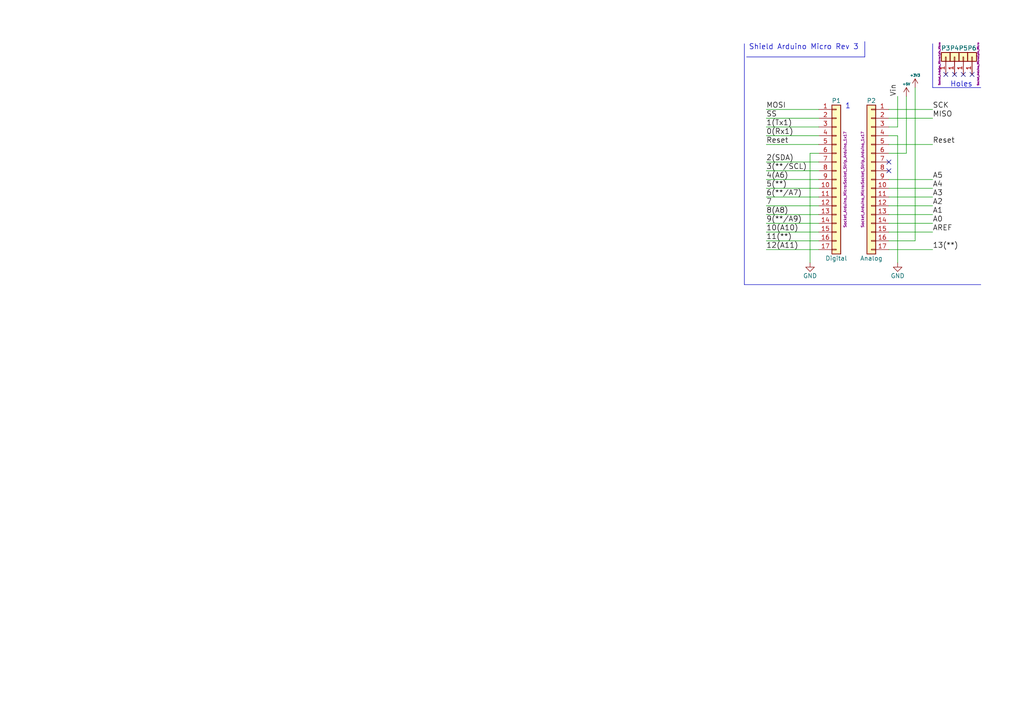
<source format=kicad_sch>
(kicad_sch (version 20230121) (generator eeschema)
  (paper "A4")
  (title_block (date "sam. 04 avril 2015"))
  (lib_symbols
    (symbol "Connector_Generic:Conn_01x01" (pin_names (offset 1.016) hide)
      (property "Reference" "J" (at 0 2.54 0))
      (property "Value" "Conn_01x01" (at 0 -2.54 0))
      (symbol "Conn_01x01_1_1"
        (rectangle (start -1.27 0.127) (end 0 -0.127) (stroke (width 0.1524)))
        (rectangle (start -1.27 1.27) (end 1.27 -1.27) (stroke (width 0.254)) (fill (type background)))
        (pin passive line (at -5.08 0 0) (length 3.81) (name "Pin_1") (number "1"))
      )
    )
    (symbol "Connector_Generic:Conn_01x17" (pin_names (offset 1.016) hide)
      (property "Reference" "J" (at 0 22.86 0))
      (property "Value" "Conn_01x17" (at 0 -22.86 0))
      (symbol "Conn_01x17_1_1"
        (rectangle (start -1.27 -20.193) (end 0 -20.447) (stroke (width 0.1524)))
        (rectangle (start -1.27 -17.653) (end 0 -17.907) (stroke (width 0.1524)))
        (rectangle (start -1.27 -15.113) (end 0 -15.367) (stroke (width 0.1524)))
        (rectangle (start -1.27 -12.573) (end 0 -12.827) (stroke (width 0.1524)))
        (rectangle (start -1.27 -10.033) (end 0 -10.287) (stroke (width 0.1524)))
        (rectangle (start -1.27 -7.493) (end 0 -7.747) (stroke (width 0.1524)))
        (rectangle (start -1.27 -4.953) (end 0 -5.207) (stroke (width 0.1524)))
        (rectangle (start -1.27 -2.413) (end 0 -2.667) (stroke (width 0.1524)))
        (rectangle (start -1.27 0.127) (end 0 -0.127) (stroke (width 0.1524)))
        (rectangle (start -1.27 2.667) (end 0 2.413) (stroke (width 0.1524)))
        (rectangle (start -1.27 5.207) (end 0 4.953) (stroke (width 0.1524)))
        (rectangle (start -1.27 7.747) (end 0 7.493) (stroke (width 0.1524)))
        (rectangle (start -1.27 10.287) (end 0 10.033) (stroke (width 0.1524)))
        (rectangle (start -1.27 12.827) (end 0 12.573) (stroke (width 0.1524)))
        (rectangle (start -1.27 15.367) (end 0 15.113) (stroke (width 0.1524)))
        (rectangle (start -1.27 17.907) (end 0 17.653) (stroke (width 0.1524)))
        (rectangle (start -1.27 20.447) (end 0 20.193) (stroke (width 0.1524)))
        (rectangle (start -1.27 21.59) (end 1.27 -21.59) (stroke (width 0.254)) (fill (type background)))
        (pin passive line (at -5.08 20.32 0) (length 3.81) (name "Pin_1") (number "1"))
        (pin passive line (at -5.08 -2.54 0) (length 3.81) (name "Pin_10") (number "10"))
        (pin passive line (at -5.08 -5.08 0) (length 3.81) (name "Pin_11") (number "11"))
        (pin passive line (at -5.08 -7.62 0) (length 3.81) (name "Pin_12") (number "12"))
        (pin passive line (at -5.08 -10.16 0) (length 3.81) (name "Pin_13") (number "13"))
        (pin passive line (at -5.08 -12.7 0) (length 3.81) (name "Pin_14") (number "14"))
        (pin passive line (at -5.08 -15.24 0) (length 3.81) (name "Pin_15") (number "15"))
        (pin passive line (at -5.08 -17.78 0) (length 3.81) (name "Pin_16") (number "16"))
        (pin passive line (at -5.08 -20.32 0) (length 3.81) (name "Pin_17") (number "17"))
        (pin passive line (at -5.08 17.78 0) (length 3.81) (name "Pin_2") (number "2"))
        (pin passive line (at -5.08 15.24 0) (length 3.81) (name "Pin_3") (number "3"))
        (pin passive line (at -5.08 12.7 0) (length 3.81) (name "Pin_4") (number "4"))
        (pin passive line (at -5.08 10.16 0) (length 3.81) (name "Pin_5") (number "5"))
        (pin passive line (at -5.08 7.62 0) (length 3.81) (name "Pin_6") (number "6"))
        (pin passive line (at -5.08 5.08 0) (length 3.81) (name "Pin_7") (number "7"))
        (pin passive line (at -5.08 2.54 0) (length 3.81) (name "Pin_8") (number "8"))
        (pin passive line (at -5.08 0 0) (length 3.81) (name "Pin_9") (number "9"))
      )
    )
    (symbol "power:+3V3" (power) (pin_names (offset 0))
      (property "Value" "+3V3" (at 0 3.556 0))
      (symbol "+3V3_0_1"
        (polyline (pts (xy -0.762 1.27) (xy 0 2.54)))
        (polyline (pts (xy 0 0) (xy 0 2.54)))
        (polyline (pts (xy 0 2.54) (xy 0.762 1.27)))
      )
      (symbol "+3V3_1_1"
        (pin power_in line (at 0 0 90) (length 0) hide (name "+3V3") (number "1"))
      )
    )
    (symbol "power:+5V" (power) (pin_names (offset 0))
      (property "Value" "+5V" (at 0 3.556 0))
      (symbol "+5V_0_1"
        (polyline (pts (xy -0.762 1.27) (xy 0 2.54)))
        (polyline (pts (xy 0 0) (xy 0 2.54)))
        (polyline (pts (xy 0 2.54) (xy 0.762 1.27)))
      )
      (symbol "+5V_1_1"
        (pin power_in line (at 0 0 90) (length 0) hide (name "+5V") (number "1"))
      )
    )
    (symbol "power:GND" (power) (pin_names (offset 0))
      (property "Value" "GND" (at 0 -3.81 0))
      (symbol "GND_0_1"
        (polyline (pts (xy 0 0) (xy 0 -1.27) (xy 1.27 -1.27) (xy 0 -2.54) (xy -1.27 -1.27) (xy 0 -1.27)))
      )
      (symbol "GND_1_1"
        (pin power_in line (at 0 0 270) (length 0) hide (name "GND") (number "1"))
      )
    )
  )
  (no_connect (at 257.81 46.99))
  (no_connect (at 274.32 21.59))
  (no_connect (at 281.94 21.59))
  (no_connect (at 279.4 21.59))
  (no_connect (at 276.86 21.59))
  (no_connect (at 257.81 49.53))
  (wire (pts (xy 257.81 39.37) (xy 260.35 39.37)))
  (wire (pts (xy 222.25 57.15) (xy 237.49 57.15)))
  (wire (pts (xy 222.25 46.99) (xy 237.49 46.99)))
  (polyline (pts (xy 215.9 12.7) (xy 215.9 82.55)))
  (wire (pts (xy 270.51 72.39) (xy 257.81 72.39)))
  (wire (pts (xy 222.25 54.61) (xy 237.49 54.61)))
  (wire (pts (xy 222.25 34.29) (xy 237.49 34.29)))
  (wire (pts (xy 222.25 67.31) (xy 237.49 67.31)))
  (wire (pts (xy 222.25 52.07) (xy 237.49 52.07)))
  (wire (pts (xy 260.35 36.83) (xy 260.35 27.94)))
  (wire (pts (xy 257.81 54.61) (xy 270.51 54.61)))
  (wire (pts (xy 222.25 41.91) (xy 237.49 41.91)))
  (wire (pts (xy 222.25 36.83) (xy 237.49 36.83)))
  (wire (pts (xy 222.25 49.53) (xy 237.49 49.53)))
  (wire (pts (xy 265.43 25.4) (xy 265.43 69.85)))
  (wire (pts (xy 260.35 39.37) (xy 260.35 76.2)))
  (polyline (pts (xy 216.535 16.51) (xy 250.825 16.51)))
  (wire (pts (xy 270.51 59.69) (xy 257.81 59.69)))
  (wire (pts (xy 222.25 62.23) (xy 237.49 62.23)))
  (wire (pts (xy 257.81 44.45) (xy 262.89 44.45)))
  (wire (pts (xy 257.81 67.31) (xy 270.51 67.31)))
  (wire (pts (xy 262.89 44.45) (xy 262.89 27.94)))
  (polyline (pts (xy 284.48 25.4) (xy 270.51 25.4)))
  (wire (pts (xy 222.25 64.77) (xy 237.49 64.77)))
  (wire (pts (xy 265.43 69.85) (xy 257.81 69.85)))
  (wire (pts (xy 270.51 41.91) (xy 257.81 41.91)))
  (polyline (pts (xy 250.825 16.51) (xy 250.825 12.065)))
  (wire (pts (xy 222.25 31.75) (xy 237.49 31.75)))
  (wire (pts (xy 257.81 34.29) (xy 270.51 34.29)))
  (wire (pts (xy 234.95 44.45) (xy 234.95 76.2)))
  (wire (pts (xy 222.25 39.37) (xy 237.49 39.37)))
  (wire (pts (xy 270.51 57.15) (xy 257.81 57.15)))
  (wire (pts (xy 222.25 69.85) (xy 237.49 69.85)))
  (wire (pts (xy 222.25 59.69) (xy 237.49 59.69)))
  (wire (pts (xy 222.25 72.39) (xy 237.49 72.39)))
  (polyline (pts (xy 270.51 25.4) (xy 270.51 12.7)))
  (wire (pts (xy 270.51 64.77) (xy 257.81 64.77)))
  (wire (pts (xy 257.81 36.83) (xy 260.35 36.83)))
  (polyline (pts (xy 215.9 82.55) (xy 284.48 82.55)))
  (wire (pts (xy 270.51 31.75) (xy 257.81 31.75)))
  (wire (pts (xy 237.49 44.45) (xy 234.95 44.45)))
  (wire (pts (xy 270.51 52.07) (xy 257.81 52.07)))
  (wire (pts (xy 257.81 62.23) (xy 270.51 62.23)))
  (text "1" (at 245.11 31.75 0) (effects (font (size 1.524 1.524)) (justify left bottom)))
  (text "Holes" (at 275.59 25.4 0) (effects (font (size 1.524 1.524)) (justify left bottom)))
  (text "Shield Arduino Micro Rev 3" (at 217.17 14.605 0) (effects (font (size 1.524 1.524)) (justify left bottom)))
  (label "A2" (at 270.51 59.69 0) (effects (font (size 1.524 1.524))))
  (label "12(A11)" (at 222.25 72.39 0) (effects (font (size 1.524 1.524))))
  (label "10(A10)" (at 222.25 67.31 0) (effects (font (size 1.524 1.524))))
  (label "A5" (at 270.51 52.07 0) (effects (font (size 1.524 1.524))))
  (label "3(**/SCL)" (at 222.25 49.53 0) (effects (font (size 1.524 1.524))))
  (label "Reset" (at 222.25 41.91 0) (effects (font (size 1.524 1.524))))
  (label "7" (at 222.25 59.69 0) (effects (font (size 1.524 1.524))))
  (label "Vin" (at 260.35 27.94 90) (effects (font (size 1.524 1.524))))
  (label "A3" (at 270.51 57.15 0) (effects (font (size 1.524 1.524))))
  (label "A1" (at 270.51 62.23 0) (effects (font (size 1.524 1.524))))
  (label "13(**)" (at 270.51 72.39 0) (effects (font (size 1.524 1.524))))
  (label "SCK" (at 270.51 31.75 0) (effects (font (size 1.524 1.524))))
  (label "SS" (at 222.25 34.29 0) (effects (font (size 1.524 1.524))))
  (label "4(A6)" (at 222.25 52.07 0) (effects (font (size 1.524 1.524))))
  (label "8(A8)" (at 222.25 62.23 0) (effects (font (size 1.524 1.524))))
  (label "0(Rx1)" (at 222.25 39.37 0) (effects (font (size 1.524 1.524))))
  (label "1(Tx1)" (at 222.25 36.83 0) (effects (font (size 1.524 1.524))))
  (label "11(**)" (at 222.25 69.85 0) (effects (font (size 1.524 1.524))))
  (label "Reset" (at 270.51 41.91 0) (effects (font (size 1.524 1.524))))
  (label "2(SDA)" (at 222.25 46.99 0) (effects (font (size 1.524 1.524))))
  (label "5(**)" (at 222.25 54.61 0) (effects (font (size 1.524 1.524))))
  (label "A0" (at 270.51 64.77 0) (effects (font (size 1.524 1.524))))
  (label "9(**/A9)" (at 222.25 64.77 0) (effects (font (size 1.524 1.524))))
  (label "6(**/A7)" (at 222.25 57.15 0) (effects (font (size 1.524 1.524))))
  (label "AREF" (at 270.51 67.31 0) (effects (font (size 1.524 1.524))))
  (label "A4" (at 270.51 54.61 0) (effects (font (size 1.524 1.524))))
  (label "MISO" (at 270.51 34.29 0) (effects (font (size 1.524 1.524))))
  (label "MOSI" (at 222.25 31.75 0) (effects (font (size 1.524 1.524))))
  (symbol (lib_id "Connector_Generic:Conn_01x17") (at 242.57 52.07 0) (unit 1)
    (property "Reference" "P1" (at 242.57 29.21 0))
    (property "Value" "Digital" (at 242.57 74.93 0))
    (property "Footprint" "Socket_Arduino_Micro:Socket_Strip_Arduino_1x17" (at 245.11 52.07 90) (effects (font (size 0.762 0.762))))
  )
  (symbol (lib_id "Connector_Generic:Conn_01x17") (at 252.73 52.07 0) (mirror y) (unit 1)
    (property "Reference" "P2" (at 252.73 29.21 0))
    (property "Value" "Analog" (at 252.73 74.93 0))
    (property "Footprint" "Socket_Arduino_Micro:Socket_Strip_Arduino_1x17" (at 250.19 52.07 90) (effects (font (size 0.762 0.762))))
  )
  (symbol (lib_id "power:GND") (at 234.95 76.2 0) (unit 1)
    (property "Reference" "#PWR01" (effects hide))
    (property "Value" "GND" (at 234.95 80.01 0))
  )
  (symbol (lib_id "power:+5V") (at 262.89 27.94 0) (unit 1)
    (property "Reference" "#PWR02" (effects hide))
    (property "Value" "+5V" (at 262.89 24.384 0) (effects (font (size 0.7112 0.7112))))
  )
  (symbol (lib_id "power:GND") (at 260.35 76.2 0) (unit 1)
    (property "Reference" "#PWR03" (effects hide))
    (property "Value" "GND" (at 260.35 80.01 0))
  )
  (symbol (lib_id "power:+3V3") (at 265.43 25.4 0) (unit 1)
    (property "Reference" "#PWR04" (effects hide))
    (property "Value" "+3.3V" (at 265.43 21.844 0) (effects (font (size 0.7112 0.7112))))
  )
  (symbol (lib_id "Connector_Generic:Conn_01x01") (at 274.32 16.51 90) (unit 1)
    (property "Reference" "P3" (at 274.32 13.97 90))
    (property "Value" "CONN_01X01" (effects hide))
    (property "Footprint" "Socket_Arduino_Micro:1pin_Micro" (at 272.4912 18.4912 0) (effects (font (size 0.508 0.508))))
  )
  (symbol (lib_id "Connector_Generic:Conn_01x01") (at 276.86 16.51 90) (unit 1)
    (property "Reference" "P4" (at 276.86 13.97 90))
    (property "Value" "CONN_01X01" (effects hide))
    (property "Footprint" "Socket_Arduino_Micro:1pin_Micro" (effects hide))
  )
  (symbol (lib_id "Connector_Generic:Conn_01x01") (at 279.4 16.51 90) (unit 1)
    (property "Reference" "P5" (at 279.4 13.97 90))
    (property "Value" "CONN_01X01" (effects hide))
    (property "Footprint" "Socket_Arduino_Micro:1pin_Micro" (effects hide))
  )
  (symbol (lib_id "Connector_Generic:Conn_01x01") (at 281.94 16.51 90) (unit 1)
    (property "Reference" "P6" (at 281.94 13.97 90))
    (property "Value" "CONN_01X01" (effects hide))
    (property "Footprint" "Socket_Arduino_Micro:1pin_Micro" (at 283.6926 18.5674 0) (effects (font (size 0.508 0.508))))
  )
)
</source>
